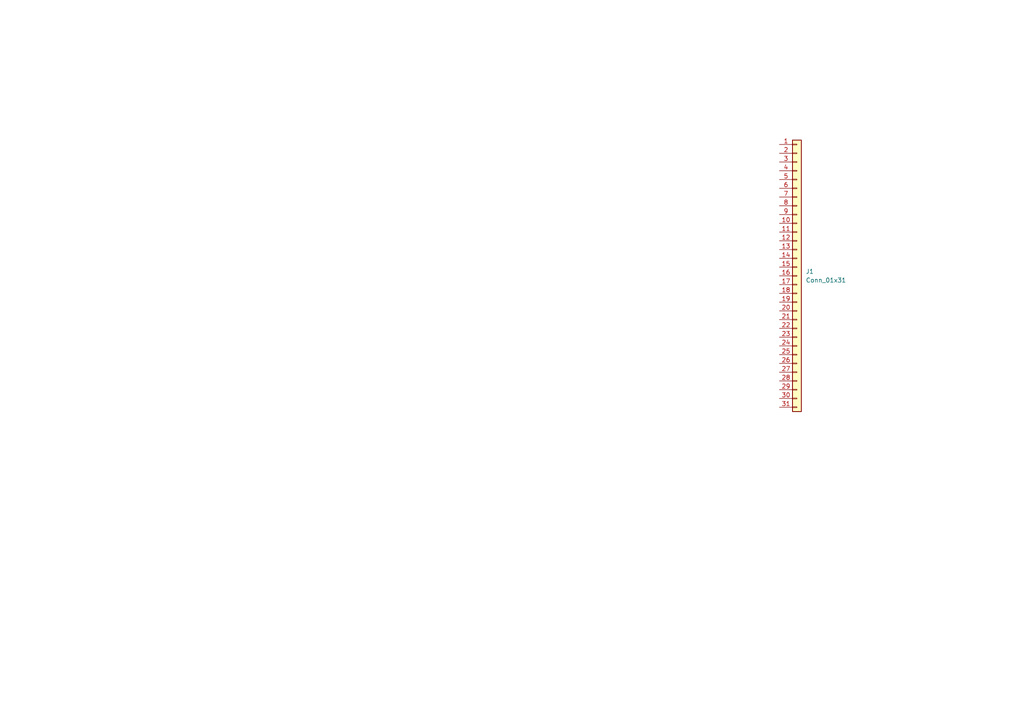
<source format=kicad_sch>
(kicad_sch (version 20231120) (generator "eeschema") (generator_version "8.0")
  (paper "A4")
  (lib_symbols
    (symbol "Connector_Generic:Conn_01x31" (pin_names (offset 1.016) hide)
      (property "Reference" "J" (at 0 40.64 0))
      (property "Value" "Conn_01x31" (at 0 -40.64 0))
      (symbol "Conn_01x31_1_1"
        (rectangle (start -1.27 -37.973) (end 0 -38.227) (stroke (width 0.1524)))
        (rectangle (start -1.27 -35.433) (end 0 -35.687) (stroke (width 0.1524)))
        (rectangle (start -1.27 -32.893) (end 0 -33.147) (stroke (width 0.1524)))
        (rectangle (start -1.27 -30.353) (end 0 -30.607) (stroke (width 0.1524)))
        (rectangle (start -1.27 -27.813) (end 0 -28.067) (stroke (width 0.1524)))
        (rectangle (start -1.27 -25.273) (end 0 -25.527) (stroke (width 0.1524)))
        (rectangle (start -1.27 -22.733) (end 0 -22.987) (stroke (width 0.1524)))
        (rectangle (start -1.27 -20.193) (end 0 -20.447) (stroke (width 0.1524)))
        (rectangle (start -1.27 -17.653) (end 0 -17.907) (stroke (width 0.1524)))
        (rectangle (start -1.27 -15.113) (end 0 -15.367) (stroke (width 0.1524)))
        (rectangle (start -1.27 -12.573) (end 0 -12.827) (stroke (width 0.1524)))
        (rectangle (start -1.27 -10.033) (end 0 -10.287) (stroke (width 0.1524)))
        (rectangle (start -1.27 -7.493) (end 0 -7.747) (stroke (width 0.1524)))
        (rectangle (start -1.27 -4.953) (end 0 -5.207) (stroke (width 0.1524)))
        (rectangle (start -1.27 -2.413) (end 0 -2.667) (stroke (width 0.1524)))
        (rectangle (start -1.27 0.127) (end 0 -0.127) (stroke (width 0.1524)))
        (rectangle (start -1.27 2.667) (end 0 2.413) (stroke (width 0.1524)))
        (rectangle (start -1.27 5.207) (end 0 4.953) (stroke (width 0.1524)))
        (rectangle (start -1.27 7.747) (end 0 7.493) (stroke (width 0.1524)))
        (rectangle (start -1.27 10.287) (end 0 10.033) (stroke (width 0.1524)))
        (rectangle (start -1.27 12.827) (end 0 12.573) (stroke (width 0.1524)))
        (rectangle (start -1.27 15.367) (end 0 15.113) (stroke (width 0.1524)))
        (rectangle (start -1.27 17.907) (end 0 17.653) (stroke (width 0.1524)))
        (rectangle (start -1.27 20.447) (end 0 20.193) (stroke (width 0.1524)))
        (rectangle (start -1.27 22.987) (end 0 22.733) (stroke (width 0.1524)))
        (rectangle (start -1.27 25.527) (end 0 25.273) (stroke (width 0.1524)))
        (rectangle (start -1.27 28.067) (end 0 27.813) (stroke (width 0.1524)))
        (rectangle (start -1.27 30.607) (end 0 30.353) (stroke (width 0.1524)))
        (rectangle (start -1.27 33.147) (end 0 32.893) (stroke (width 0.1524)))
        (rectangle (start -1.27 35.687) (end 0 35.433) (stroke (width 0.1524)))
        (rectangle (start -1.27 38.227) (end 0 37.973) (stroke (width 0.1524)))
        (rectangle (start -1.27 39.37) (end 1.27 -39.37) (stroke (width 0.254)) (fill (type background)))
        (pin passive line (at -5.08 38.1 0) (length 3.81) (name "Pin_1") (number "1"))
        (pin passive line (at -5.08 15.24 0) (length 3.81) (name "Pin_10") (number "10"))
        (pin passive line (at -5.08 12.7 0) (length 3.81) (name "Pin_11") (number "11"))
        (pin passive line (at -5.08 10.16 0) (length 3.81) (name "Pin_12") (number "12"))
        (pin passive line (at -5.08 7.62 0) (length 3.81) (name "Pin_13") (number "13"))
        (pin passive line (at -5.08 5.08 0) (length 3.81) (name "Pin_14") (number "14"))
        (pin passive line (at -5.08 2.54 0) (length 3.81) (name "Pin_15") (number "15"))
        (pin passive line (at -5.08 0 0) (length 3.81) (name "Pin_16") (number "16"))
        (pin passive line (at -5.08 -2.54 0) (length 3.81) (name "Pin_17") (number "17"))
        (pin passive line (at -5.08 -5.08 0) (length 3.81) (name "Pin_18") (number "18"))
        (pin passive line (at -5.08 -7.62 0) (length 3.81) (name "Pin_19") (number "19"))
        (pin passive line (at -5.08 35.56 0) (length 3.81) (name "Pin_2") (number "2"))
        (pin passive line (at -5.08 -10.16 0) (length 3.81) (name "Pin_20") (number "20"))
        (pin passive line (at -5.08 -12.7 0) (length 3.81) (name "Pin_21") (number "21"))
        (pin passive line (at -5.08 -15.24 0) (length 3.81) (name "Pin_22") (number "22"))
        (pin passive line (at -5.08 -17.78 0) (length 3.81) (name "Pin_23") (number "23"))
        (pin passive line (at -5.08 -20.32 0) (length 3.81) (name "Pin_24") (number "24"))
        (pin passive line (at -5.08 -22.86 0) (length 3.81) (name "Pin_25") (number "25"))
        (pin passive line (at -5.08 -25.4 0) (length 3.81) (name "Pin_26") (number "26"))
        (pin passive line (at -5.08 -27.94 0) (length 3.81) (name "Pin_27") (number "27"))
        (pin passive line (at -5.08 -30.48 0) (length 3.81) (name "Pin_28") (number "28"))
        (pin passive line (at -5.08 -33.02 0) (length 3.81) (name "Pin_29") (number "29"))
        (pin passive line (at -5.08 33.02 0) (length 3.81) (name "Pin_3") (number "3"))
        (pin passive line (at -5.08 -35.56 0) (length 3.81) (name "Pin_30") (number "30"))
        (pin passive line (at -5.08 -38.1 0) (length 3.81) (name "Pin_31") (number "31"))
        (pin passive line (at -5.08 30.48 0) (length 3.81) (name "Pin_4") (number "4"))
        (pin passive line (at -5.08 27.94 0) (length 3.81) (name "Pin_5") (number "5"))
        (pin passive line (at -5.08 25.4 0) (length 3.81) (name "Pin_6") (number "6"))
        (pin passive line (at -5.08 22.86 0) (length 3.81) (name "Pin_7") (number "7"))
        (pin passive line (at -5.08 20.32 0) (length 3.81) (name "Pin_8") (number "8"))
        (pin passive line (at -5.08 17.78 0) (length 3.81) (name "Pin_9") (number "9"))
      )
    )
  )
  (symbol (lib_id "Connector_Generic:Conn_01x31") (at 231.14 80.01 0) (unit 1)
    (property "Reference" "J1" (at 233.68 78.7399 0) (effects (justify left)))
    (property "Value" "Conn_01x31" (at 233.68 81.2799 0) (effects (justify left)))
    (property "Footprint" "Connector_PinHeader_1.00mm:PinHeader_1x31_P1.00mm_Horizontal" (effects (hide yes)))
    (property "Description" "Generic connector, single row, 01x31, script generated (kicad-library-utils/schlib/autogen/connector/)" (effects (hide yes)))
  )
)
</source>
